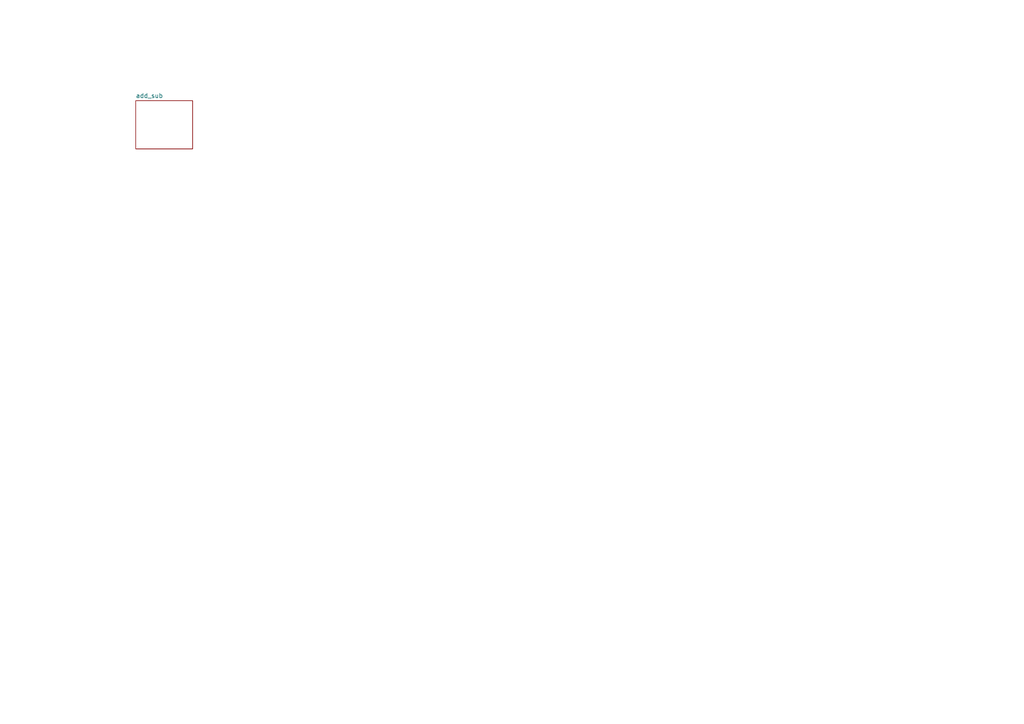
<source format=kicad_sch>
(kicad_sch
	(version 20250114)
	(generator "eeschema")
	(generator_version "9.0")
	(uuid "3aacef8e-e4d9-474c-bbb9-dab5749c488a")
	(paper "A4")
	(lib_symbols)
	(sheet
		(at 39.37 29.21)
		(size 16.51 13.97)
		(exclude_from_sim no)
		(in_bom yes)
		(on_board yes)
		(dnp no)
		(fields_autoplaced yes)
		(stroke
			(width 0.1524)
			(type solid)
		)
		(fill
			(color 0 0 0 0.0000)
		)
		(uuid "fd59caa6-477e-47eb-a4f2-eee7764e366d")
		(property "Sheetname" "add_sub"
			(at 39.37 28.4984 0)
			(effects
				(font
					(size 1.27 1.27)
				)
				(justify left bottom)
			)
		)
		(property "Sheetfile" "../8-bit-full-adder/8-bit-full-adder.kicad_sch"
			(at 39.37 43.7646 0)
			(effects
				(font
					(size 1.27 1.27)
				)
				(justify left top)
				(hide yes)
			)
		)
		(instances
			(project "master-alu"
				(path "/3aacef8e-e4d9-474c-bbb9-dab5749c488a"
					(page "2")
				)
			)
		)
	)
	(sheet_instances
		(path "/"
			(page "1")
		)
	)
	(embedded_fonts no)
)

</source>
